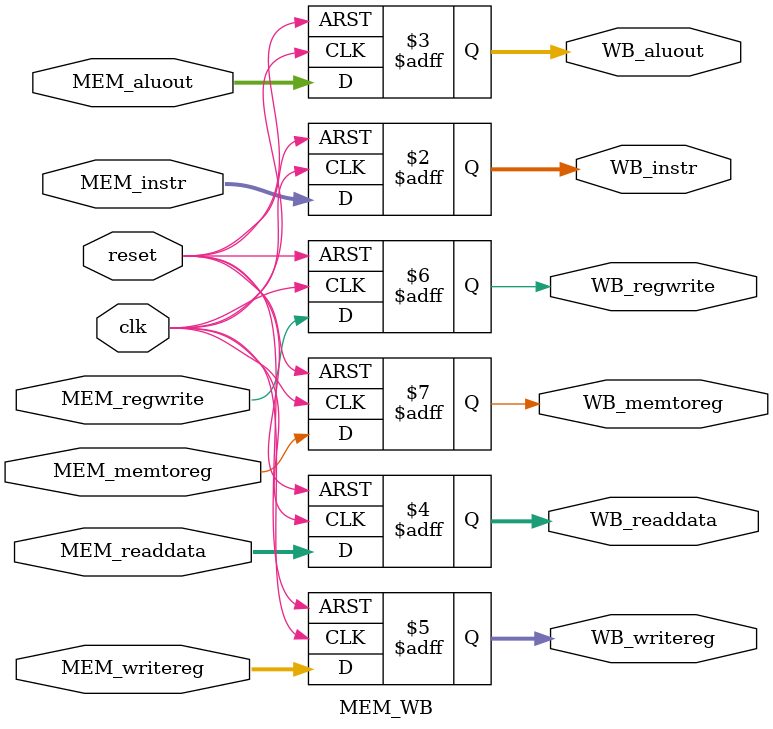
<source format=sv>
module datapath (
    input clk, reset,
    input memtoreg, pcsrc,
    input alusrc, regdst,
    input regwrite, jump,
    input [2:0] alucontrol,
    output zero, //erm
    output [31:0] pc,
    input [31:0] instr,
    output [31:0] MEM_aluout, MEM_writedata,
    input [31:0] readdata,
    input branch, memwrite,
    output MEM_memwrite,
    output [31:0] ID_instr
);

    logic [4:0] writereg;
    logic [31:0] pcnext, pcnextbr, pcplus4, pcbranch;
    logic [31:0] signimm, signimmsh;
    logic [31:0] srca, srcb;
    logic [31:0] result;


   
//   logic 	 branch, memwrite;
//   logic 	 memwrite;
   

//fetch signals
   //data signals
   logic [31:0]  IF_pc4, IF_instr;
//   assign IF_instr = instr;
   assign IF_pc4 = pcplus4;
   
   //control signals

//decode signals
   //data signals
   logic [31:0]  ID_instr, ID_srca, ID_srcb, ID_signimm, ID_pc4;
   logic [4:0] 	 ID_rte, ID_rde;
   logic [2:0] 	 ID_alucontrol;
   
   assign ID_rte = ID_instr[20:16];
   assign ID_rde = ID_instr[15:11];
   
   //control signals
   logic 	 ID_memwrite, ID_memtoreg, ID_regwrite, ID_branch, ID_alusrc, ID_regdst;


   assign ID_memwrite = memwrite;
   always_ff @(posedge clk or posedge reset) begin
      if (reset) begin
//	 ID_memwrite <= '0;
	 IF_instr <= '0;
      end
      else begin
//	 ID_memwrite <= memwrite;
	 IF_instr <= instr;
      end
   end
   
   assign ID_memtoreg = memtoreg;
   assign ID_regwrite = regwrite;
   assign ID_branch = branch;
   assign ID_alucontrol = alucontrol;
   assign ID_alusrc = alusrc;
   assign ID_regdst = regdst;
   
//execute signals
   //data signals
   logic [31:0]  EX_instr, EX_srca, EX_srcb_premux, EX_srcb, EX_pc4, EX_signimm, EX_signimmsh, EX_pcbranch, EX_aluout, EX_writedata;
   assign EX_writedata = EX_srcb_premux;
   
   logic [4:0] 	 EX_rte, EX_rde, EX_writereg;
   logic 	 EX_zero;
   
   //control signals
   logic 	 EX_memwrite, EX_memtoreg, EX_regwrite, EX_branch,  EX_alusrc, EX_regdst;
   logic [2:0] 	 EX_alucontrol;
   

   
//memory signals
   //data signals
   logic [31:0]  MEM_instr, MEM_aluout, MEM_writedata, MEM_pcbranch, MEM_readdata;
   logic [4:0] 	 MEM_writereg;
   logic MEM_zero;
   

   //control signals
   logic 	 MEM_memwrite, MEM_memtoreg, MEM_regwrite, MEM_branch, MEM_pcsrc;

  
   
//wb signals
   //data signals
   logic [31:0]  WB_instr, WB_aluout, WB_readdata, WB_result;
   logic [4:0] 	 WB_writereg;

   //control signals
   logic 	 WB_regwrite, WB_memtoreg;
   

   
   IF_ID ifid(clk, reset, IF_instr, IF_pc4, ID_instr, ID_pc4);

//   ID_EX idex(clk, reset, ID_instr, ID_srca, ID_srcb, ID_signimm, ID_pc4, ID_rte, ID_rde, ID_memwrite, ID_memtoreg, ID_regwrite,
//	      ID_branch, ID_alucontrol, ID_alusrc, ID_regdst, EX_instr, EX_srca, EX_srcb_premux, EX_signimm, EX_pc4, EX_rte, EX_rde,
//	      EX_memwrite, EX_memtoreg, EX_regwrite, EX_branch, EX_alucontrol, EX_alusrc, EX_regdst);

   ID_EX idex(clk, reset, ID_instr, ID_srca, ID_srcb, ID_signimm, ID_pc4, ID_rte, ID_rde, ID_memwrite, ID_memtoreg, ID_regwrite, ID_branch, ID_alusrc,
	      ID_regdst, ID_alucontrol, EX_instr, EX_srca, EX_srcb_premux, EX_signimm, EX_pc4, EX_rte, EX_rde, EX_memwrite, EX_memtoreg, EX_regwrite,
	      EX_branch, EX_alusrc, EX_regdst, EX_alucontrol);
      
   EX_MEM exmem(clk, reset, EX_instr, EX_aluout, EX_writedata, EX_pcbranch, EX_writereg, EX_zero, EX_memwrite, EX_memtoreg, EX_regwrite,
		EX_branch, MEM_instr, MEM_aluout, MEM_writedata, MEM_pcbranch, MEM_writereg, MEM_zero, MEM_memwrite, MEM_memtoreg,
		MEM_regwrite, MEM_branch);
   
   MEM_WB memwb(clk, reset, MEM_instr, MEM_aluout, MEM_readdata, MEM_writereg, MEM_regwrite, MEM_memtoreg, WB_instr, WB_aluout, 
		WB_readdata, WB_writereg, WB_regwrite, WB_memtoreg);
   






   

   logic [31:0]  cnt;    //count, either the PC counter or Cycle counter
   logic [31:0]  wb_dat; //used to take destination registers current value and feed into ALU
    //performance monitor
    perfmon pf(clk, reset, instr[25], pc, cnt); //use nonopcode MSB  as the flag for it, and count it as an ALUop
   
    // next PC logic
    flopr #(32) pcreg(clk, reset, pcnext, pc); //this is fine its preflops stuff anyways
    adder pcadd1 (pc, 32'b100, pcplus4); //good this gets flip flopped

    sl2 immsh(EX_signimm, EX_signimmsh); //good!
    adder pcadd2(EX_pc4, EX_signimmsh, pcbranch); //good!
    mux2 #(32) pcbrmux(pcplus4, MEM_pcbranch, MEM_pcsrc, pcnextbr);
    mux2 #(32) pcmux(pcnextbr, {pcplus4[31:28], instr[25:0], 2'b00}, jump, pcnext); //im unsure....i think its fine

    // logicister file logic
                                     //rs            //rt          //rd add rd dat                  //muladd
    logicfile rf(clk, WB_regwrite, ID_instr[25:21], ID_instr[20:16], WB_writereg, WB_result, ID_srca, ID_srcb, wb_dat);
//    logicfile rf(clk, WB_regwrite, ID_instr[25:21], ID_instr[20:16], WB_writereg, WB_result, ID_srca, writedata, wb_dat); <- write data is srcb

    mux2 #(5) wrmux(EX_rte, EX_rde, EX_regdst, EX_writereg);
    mux2 #(32) resmux(WB_aluout, WB_readdata, WB_memtoreg, WB_result);
    signext se(ID_instr[15:0], ID_signimm);
    
    // ALU logic
    mux2 #(32) srcbmux(EX_srcb_premux, EX_signimm, EX_alusrc, EX_srcb); //write data <- srcb_premux
                                                  //pf //muladd
    alu alu(EX_srca, EX_srcb, EX_alucontrol, EX_aluout, EX_zero, cnt, wb_dat); //good

   assign MEM_pcsrc = MEM_branch & MEM_zero;
   
   
endmodule


//////////////////////////////////////////////////////////////////////
// logicister File Module
//////////////////////////////////////////////////////////////////////
module logicfile (
    input clk,
    input we3,
    input [4:0] ra1, ra2, wa3,
    input [31:0] wd3,
    output [31:0] rd1, rd2,
    output [31:0] wd3_out //muladd
);
    
    logic [31:0] rf[31:0];
    // three ported logicister file
    // read two ports combinationally
    // write third port on rising edge of clock
    // logicister 0 hardwired to 0
    always @ (posedge clk)
        if (we3) rf[wa3] <= wd3;

    assign rd1 = (ra1 != 0) ? rf[ra1] : 0;
    assign rd2 = (ra2 != 0) ? rf[ra2] : 0;
    assign wd3_out = rf[wa3]; //muladd
endmodule

//////////////////////////////////////////////////////////////////////
// ALU Module
////////////////////////////////////////////////////////////////////// 
module alu(
    input [31:0] 	a, // First operand
    input [31:0] 	b, // Second operand
    input [2:0] 	control, // ALU control signal
    output logic [31:0] result, // ALU result
    output 		zero, // Zero flag
    input [31:0] 	cnt, //performance monitor count
    input [31:0]        wb_result //takes the results value and brings it back in 	
);

    // Define ALU operations based on control signal
    localparam ALU_AND = 3'b000; 
    localparam ALU_OR  = 3'b001; 
    localparam ALU_ADD = 3'b010; 
    localparam ALU_PERF= 3'b011;
    localparam ALU_MADD= 3'b100;
    localparam ALU_SUB = 3'b110; 
    localparam ALU_SLT = 3'b111; 
    
    // Calculate result based on control input
    always @(*) begin
        case(control)
            ALU_AND: result = a & b;                     // AND
            ALU_OR:  result = a | b;                     // OR
            ALU_ADD: result = a + b;                     // ADD
            ALU_SUB: result = a - b;                     // SUB
            ALU_SLT: result = ($signed(a) < $signed(b)); // Set Less Than (signed)
	    ALU_PERF:result = cnt;                       // Return Performance Count
	    ALU_MADD:result = (a*b)+wb_result;           // MULADD result = a*b+result
            default: result = 32'bx;                     // Undefined operation
        endcase
    end
    
    // Set zero flag when result is 0
    assign zero = (result == 32'b0);
    
endmodule


//////////////////////////////////////////////////////////////////////
// Adder Module
//////////////////////////////////////////////////////////////////////
module adder (
    input [31:0] a, b,
    output [31:0] y
);
    assign y = a + b;
endmodule


//////////////////////////////////////////////////////////////////////
// 2-to-1 Multiplexer Module
//////////////////////////////////////////////////////////////////////
module mux2 # (parameter WIDTH = 8) (
    input [WIDTH-1:0] d0, d1,
    input s,
    output [WIDTH-1:0] y
);
    assign y = s ? d1 : d0;
endmodule


//////////////////////////////////////////////////////////////////////
// Shift Left by 2 Module
//////////////////////////////////////////////////////////////////////
module sl2 (
    input [31:0] a,
    output [31:0] y
);
    // shift left by 2
    assign y = {a[29:0], 2'b00};
endmodule


//////////////////////////////////////////////////////////////////////
// Sign Extension Module
//////////////////////////////////////////////////////////////////////
module signext (
    input [15:0] a,
    output [31:0] y
);
    assign y = {{16{a[15]}}, a};
endmodule


//////////////////////////////////////////////////////////////////////
// Flop logicister Module
//////////////////////////////////////////////////////////////////////
module flopr # (parameter WIDTH = 8)(
    input clk, reset,
    input [WIDTH-1:0] d,
    output logic [WIDTH-1:0] q
);
    always @ (posedge clk, posedge reset)
        if (reset) q <= 0;
        else q <= d;
endmodule


//permon module
module perfmon(
   input clk, reset, cyc0_instr1,
   input [31:0] pc,
   output logic [31:0] cnt
);
   logic [31:0]  pc_cnt, cyc_cnt;
   logic [31:0]  last_pc; 
   always_ff @(posedge clk or posedge reset) begin
      if (reset) begin
	 last_pc <= '0;
	 pc_cnt <= '0;
	 cyc_cnt <= '0;
      end
      else begin
	 cyc_cnt <= cyc_cnt + 1;  //inc cycle cnt every clk posedge
	 if (pc != last_pc) begin //check make sure not double counting same PC
	    pc_cnt <= pc_cnt + 1; //inc PC
	 end
	 last_pc <= pc; //update last pc
      end
   end

   //swap output btwn counters
   always_comb begin
      if (~cyc0_instr1)
	cnt = cyc_cnt;
      else
	cnt = pc_cnt;
   end
   
endmodule // perfmon











//pipelines


module IF_ID(
     input clk, reset,
     input [31:0] IF_instr, IF_pc4,
     output logic [31:0] ID_instr, ID_pc4
     );
   
   always_ff @(posedge clk or posedge reset) begin
   if(reset) begin
      ID_instr <= '0;
      ID_pc4 <= '0;
   end
   else begin
      ID_instr <= IF_instr;
      ID_pc4 <= IF_pc4;
   end
   end
   
endmodule
 
  
module ID_EX(
     input 		 clk, reset,
     input [31:0] 	 ID_instr, ID_srca, ID_srcb, ID_signimm, ID_pc4,
     input [4:0] 	 ID_rte, ID_rde,
     input 		 ID_memwrite, ID_memtoreg, ID_regwrite, ID_branch, ID_alusrc, ID_regdst,
     input [2:0] 	 ID_alucontrol,
     output logic [31:0] EX_instr, EX_srca, EX_srcb_premux, EX_signimm, EX_pc4,
     output logic [4:0]  EX_rte, EX_rde,
     output logic 	 EX_memwrite, EX_memtoreg, EX_regwrite, EX_branch, EX_alusrc, EX_regdst,
     output logic [2:0]  EX_alucontrol
     );
   
   always_ff @(posedge clk or posedge reset) begin
   if(reset) begin
      EX_instr <= '0;
      EX_srca <= '0;
      EX_srcb_premux <= '0;
      EX_signimm <= '0;
      EX_pc4 <= '0;
      EX_rte <= '0;
      EX_rde <= '0;
      EX_memwrite <= '0;
      EX_memtoreg <= '0;
      EX_regwrite <= '0;
      EX_branch <= '0;
      EX_alucontrol <= '0;
      EX_alusrc <= '0;
      EX_regdst <= '0;
   end
   else begin
      EX_instr <= ID_instr;
      EX_srca <= ID_srca;
      EX_srcb_premux <= ID_srcb;
      EX_signimm <= ID_signimm;
      EX_pc4 <= ID_pc4;
      EX_rte <= ID_rte;
      EX_rde <= ID_rde;
      EX_memwrite <= ID_memwrite;
      EX_memtoreg <= ID_memtoreg;
      EX_regwrite <= ID_regwrite;
      EX_branch <= ID_branch;
      EX_alucontrol <= ID_alucontrol;
      EX_alusrc <= ID_alusrc;
      EX_regdst <= ID_regdst;      
   end // else: !if(reset)
   end

endmodule

module EX_MEM(
     input 		 clk, reset,
     input [31:0] 	 EX_instr, EX_aluout, EX_writedata, EX_pcbranch,
     input [4:0] 	 EX_writereg,
     input 		 EX_zero,
     input 		 EX_memwrite, EX_memtoreg, EX_regwrite, EX_branch,
     output logic [31:0] MEM_instr, MEM_aluout, MEM_writedata, MEM_pcbranch,
     output logic [4:0]  MEM_writereg,
     output logic 	 MEM_zero,
     output logic 	 MEM_memwrite, MEM_memtoreg, MEM_regwrite, MEM_branch
     );
   
   always_ff @(posedge clk or posedge reset) begin
   if(reset) begin
      MEM_instr <= '0;
      MEM_aluout <= '0;
      MEM_writedata <= '0;
      MEM_pcbranch <= '0;
      MEM_writereg <= '0;
      MEM_zero <= '0;
      MEM_memwrite <= '0;
      MEM_memtoreg <= '0;
      MEM_regwrite <= '0;
      MEM_branch <= '0;
   end
   else begin
      MEM_instr <= EX_instr;
      MEM_aluout <= EX_aluout;
      MEM_writedata <= EX_writedata;
      MEM_pcbranch <= EX_pcbranch;
      MEM_writereg <= EX_writereg;
      MEM_zero <= EX_zero;
      MEM_memwrite <= EX_memwrite;
      MEM_memtoreg <= EX_memtoreg;
      MEM_regwrite <= EX_regwrite;
      MEM_branch <= EX_branch;
   end // else: !if(reset)
   end
      
endmodule

module MEM_WB(
     input 		 clk, reset,
     input [31:0] 	 MEM_instr, MEM_aluout, MEM_readdata,
     input [4:0] 	 MEM_writereg,
     input 		 MEM_regwrite, MEM_memtoreg,
     output logic [31:0] WB_instr, WB_aluout, WB_readdata,
     output logic [4:0]  WB_writereg,
     output logic 	 WB_regwrite, WB_memtoreg
     );
   
   always_ff @(posedge clk or posedge reset) begin
   if(reset) begin
      WB_instr <= '0;
      WB_aluout <= '0;
      WB_readdata <= '0;
      WB_writereg <= '0;
      WB_regwrite <= '0;
      WB_memtoreg <= '0;      
   end
   else begin
      WB_instr <= MEM_instr;
      WB_aluout <= MEM_aluout;
      WB_readdata <= MEM_readdata;
      WB_writereg <= MEM_writereg;
      WB_regwrite <= MEM_regwrite;
      WB_memtoreg <= MEM_memtoreg;            
   end // else: !if(reset)
   end
      
endmodule

</source>
